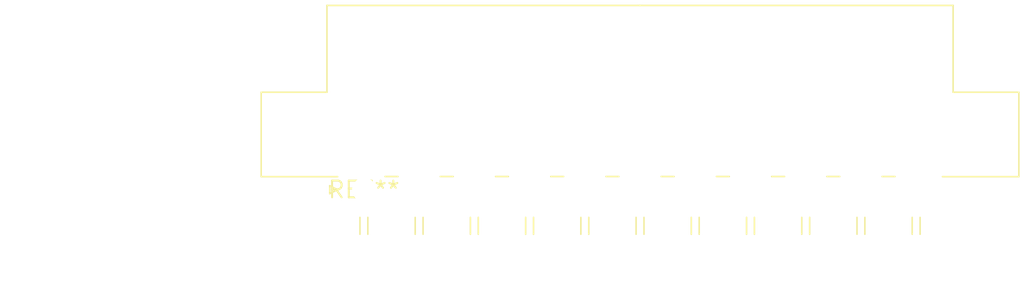
<source format=kicad_pcb>
(kicad_pcb (version 20240108) (generator pcbnew)
  (layers (0 "F.Cu" signal) (31 "B.Cu" signal) (34 "B.Paste" user) (35 "F.Paste" user) (36 "B.SilkS" user "B.Silkscreen") (37 "F.SilkS" user "F.Silkscreen") (38 "B.Mask" user) (39 "F.Mask" user) (44 "Edge.Cuts" user))
  (net 0 "")
  (footprint "Molex_Mini-Fit_Jr_5569-22A1_2x11_P4.20mm_Horizontal" (layer "F.Cu") (at 0 0)
    (property "Reference" "REF**")
    (property "Value" "Molex_Mini-Fit_Jr_5569-22A1_2x11_P4.20mm_Horizontal")
    (fp_line (start -7.81 -7.41) (end -7.81 -0.99) (layer "F.SilkS") (stroke (width 0.12)))
    (fp_line (start -7.81 -0.99) (end -2 -0.99) (layer "F.SilkS") (stroke (width 0.12)))
    (fp_line (start -2.81 -14.01) (end -2.81 -7.41) (layer "F.SilkS") (stroke (width 0.12)))
    (fp_line (start -2.81 -7.41) (end -7.81 -7.41) (layer "F.SilkS") (stroke (width 0.12)))
    (fp_line (start -2.6 -0.3) (end -2 0) (layer "F.SilkS") (stroke (width 0.12)))
    (fp_line (start -2.6 0.3) (end -2.6 -0.3) (layer "F.SilkS") (stroke (width 0.12)))
    (fp_line (start -2 0) (end -2.6 0.3) (layer "F.SilkS") (stroke (width 0.12)))
    (fp_line (start -0.3 2.11) (end -0.3 3.39) (layer "F.SilkS") (stroke (width 0.12)))
    (fp_line (start 0.3 2.11) (end 0.3 3.39) (layer "F.SilkS") (stroke (width 0.12)))
    (fp_line (start 1.61 -1) (end 2.59 -1) (layer "F.SilkS") (stroke (width 0.12)))
    (fp_line (start 3.9 2.11) (end 3.9 3.39) (layer "F.SilkS") (stroke (width 0.12)))
    (fp_line (start 4.5 2.11) (end 4.5 3.39) (layer "F.SilkS") (stroke (width 0.12)))
    (fp_line (start 5.81 -1) (end 6.79 -1) (layer "F.SilkS") (stroke (width 0.12)))
    (fp_line (start 8.1 2.11) (end 8.1 3.39) (layer "F.SilkS") (stroke (width 0.12)))
    (fp_line (start 8.7 2.11) (end 8.7 3.39) (layer "F.SilkS") (stroke (width 0.12)))
    (fp_line (start 10.01 -1) (end 10.99 -1) (layer "F.SilkS") (stroke (width 0.12)))
    (fp_line (start 12.3 2.11) (end 12.3 3.39) (layer "F.SilkS") (stroke (width 0.12)))
    (fp_line (start 12.9 2.11) (end 12.9 3.39) (layer "F.SilkS") (stroke (width 0.12)))
    (fp_line (start 14.21 -1) (end 15.19 -1) (layer "F.SilkS") (stroke (width 0.12)))
    (fp_line (start 16.5 2.11) (end 16.5 3.39) (layer "F.SilkS") (stroke (width 0.12)))
    (fp_line (start 17.1 2.11) (end 17.1 3.39) (layer "F.SilkS") (stroke (width 0.12)))
    (fp_line (start 18.41 -1) (end 19.39 -1) (layer "F.SilkS") (stroke (width 0.12)))
    (fp_line (start 20.7 2.11) (end 20.7 3.39) (layer "F.SilkS") (stroke (width 0.12)))
    (fp_line (start 21 -14.01) (end -2.81 -14.01) (layer "F.SilkS") (stroke (width 0.12)))
    (fp_line (start 21 -14.01) (end 44.81 -14.01) (layer "F.SilkS") (stroke (width 0.12)))
    (fp_line (start 21.3 2.11) (end 21.3 3.39) (layer "F.SilkS") (stroke (width 0.12)))
    (fp_line (start 22.61 -1) (end 23.59 -1) (layer "F.SilkS") (stroke (width 0.12)))
    (fp_line (start 24.9 2.11) (end 24.9 3.39) (layer "F.SilkS") (stroke (width 0.12)))
    (fp_line (start 25.5 2.11) (end 25.5 3.39) (layer "F.SilkS") (stroke (width 0.12)))
    (fp_line (start 26.81 -1) (end 27.79 -1) (layer "F.SilkS") (stroke (width 0.12)))
    (fp_line (start 29.1 2.11) (end 29.1 3.39) (layer "F.SilkS") (stroke (width 0.12)))
    (fp_line (start 29.7 2.11) (end 29.7 3.39) (layer "F.SilkS") (stroke (width 0.12)))
    (fp_line (start 31.01 -1) (end 31.99 -1) (layer "F.SilkS") (stroke (width 0.12)))
    (fp_line (start 33.3 2.11) (end 33.3 3.39) (layer "F.SilkS") (stroke (width 0.12)))
    (fp_line (start 33.9 2.11) (end 33.9 3.39) (layer "F.SilkS") (stroke (width 0.12)))
    (fp_line (start 35.21 -1) (end 36.19 -1) (layer "F.SilkS") (stroke (width 0.12)))
    (fp_line (start 37.5 2.11) (end 37.5 3.39) (layer "F.SilkS") (stroke (width 0.12)))
    (fp_line (start 38.1 2.11) (end 38.1 3.39) (layer "F.SilkS") (stroke (width 0.12)))
    (fp_line (start 39.41 -1) (end 40.39 -1) (layer "F.SilkS") (stroke (width 0.12)))
    (fp_line (start 41.7 2.11) (end 41.7 3.39) (layer "F.SilkS") (stroke (width 0.12)))
    (fp_line (start 42.3 2.11) (end 42.3 3.39) (layer "F.SilkS") (stroke (width 0.12)))
    (fp_line (start 44.81 -14.01) (end 44.81 -7.41) (layer "F.SilkS") (stroke (width 0.12)))
    (fp_line (start 44.81 -7.41) (end 49.81 -7.41) (layer "F.SilkS") (stroke (width 0.12)))
    (fp_line (start 49.81 -7.41) (end 49.81 -0.99) (layer "F.SilkS") (stroke (width 0.12)))
    (fp_line (start 49.81 -0.99) (end 44 -0.99) (layer "F.SilkS") (stroke (width 0.12)))
    (pad "" np_thru_hole circle (at -4.5 -4.2) (size 3.2 3.2) (drill 3.2) (layers *.Cu *.Mask))
    (pad "" np_thru_hole circle (at 46.5 -4.2) (size 3.2 3.2) (drill 3.2) (layers *.Cu *.Mask))
    (pad "1" thru_hole roundrect (at 0 0) (size 2.7 3.7) (drill 1.8) (layers *.Cu *.Mask) (remove_unused_layers) (roundrect_rratio 0.092593))
    (pad "2" thru_hole oval (at 4.2 0) (size 2.7 3.7) (drill 1.8) (layers *.Cu *.Mask) (remove_unused_layers))
    (pad "3" thru_hole oval (at 8.4 0) (size 2.7 3.7) (drill 1.8) (layers *.Cu *.Mask) (remove_unused_layers))
    (pad "4" thru_hole oval (at 12.6 0) (size 2.7 3.7) (drill 1.8) (layers *.Cu *.Mask) (remove_unused_layers))
    (pad "5" thru_hole oval (at 16.8 0) (size 2.7 3.7) (drill 1.8) (layers *.Cu *.Mask) (remove_unused_layers))
    (pad "6" thru_hole oval (at 21 0) (size 2.7 3.7) (drill 1.8) (layers *.Cu *.Mask) (remove_unused_layers))
    (pad "7" thru_hole oval (at 25.2 0) (size 2.7 3.7) (drill 1.8) (layers *.Cu *.Mask) (remove_unused_layers))
    (pad "8" thru_hole oval (at 29.4 0) (size 2.7 3.7) (drill 1.8) (layers *.Cu *.Mask) (remove_unused_layers))
    (pad "9" thru_hole oval (at 33.6 0) (size 2.7 3.7) (drill 1.8) (layers *.Cu *.Mask) (remove_unused_layers))
    (pad "10" thru_hole oval (at 37.8 0) (size 2.7 3.7) (drill 1.8) (layers *.Cu *.Mask) (remove_unused_layers))
    (pad "11" thru_hole oval (at 42 0) (size 2.7 3.7) (drill 1.8) (layers *.Cu *.Mask) (remove_unused_layers))
    (pad "12" thru_hole oval (at 0 5.5) (size 2.7 3.7) (drill 1.8) (layers *.Cu *.Mask) (remove_unused_layers))
    (pad "13" thru_hole oval (at 4.2 5.5) (size 2.7 3.7) (drill 1.8) (layers *.Cu *.Mask) (remove_unused_layers))
    (pad "14" thru_hole oval (at 8.4 5.5) (size 2.7 3.7) (drill 1.8) (layers *.Cu *.Mask) (remove_unused_layers))
    (pad "15" thru_hole oval (at 12.6 5.5) (size 2.7 3.7) (drill 1.8) (layers *.Cu *.Mask) (remove_unused_layers))
    (pad "16" thru_hole oval (at 16.8 5.5) (size 2.7 3.7) (drill 1.8) (layers *.Cu *.Mask) (remove_unused_layers))
    (pad "17" thru_hole oval (at 21 5.5) (size 2.7 3.7) (drill 1.8) (layers *.Cu *.Mask) (remove_unused_layers))
    (pad "18" thru_hole oval (at 25.2 5.5) (size 2.7 3.7) (drill 1.8) (layers *.Cu *.Mask) (remove_unused_layers))
    (pad "19" thru_hole oval (at 29.4 5.5) (size 2.7 3.7) (drill 1.8) (layers *.Cu *.Mask) (remove_unused_layers))
    (pad "20" thru_hole oval (at 33.6 5.5) (size 2.7 3.7) (drill 1.8) (layers *.Cu *.Mask) (remove_unused_layers))
    (pad "21" thru_hole oval (at 37.8 5.5) (size 2.7 3.7) (drill 1.8) (layers *.Cu *.Mask) (remove_unused_layers))
    (pad "22" thru_hole oval (at 42 5.5) (size 2.7 3.7) (drill 1.8) (layers *.Cu *.Mask) (remove_unused_layers))
  )
)
</source>
